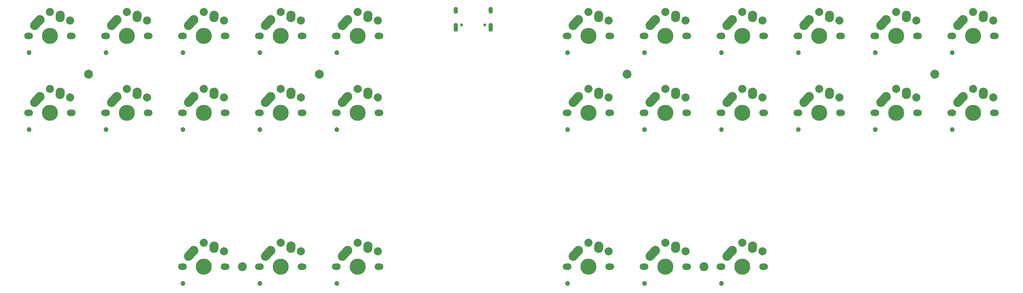
<source format=gts>
G04 #@! TF.GenerationSoftware,KiCad,Pcbnew,(5.99.0-10014-g15e640b5fe)*
G04 #@! TF.CreationDate,2021-03-28T13:55:16-07:00*
G04 #@! TF.ProjectId,unisplit_orthosteno,756e6973-706c-4697-945f-6f7274686f73,rev?*
G04 #@! TF.SameCoordinates,Original*
G04 #@! TF.FileFunction,Soldermask,Top*
G04 #@! TF.FilePolarity,Negative*
%FSLAX46Y46*%
G04 Gerber Fmt 4.6, Leading zero omitted, Abs format (unit mm)*
G04 Created by KiCad (PCBNEW (5.99.0-10014-g15e640b5fe)) date 2021-03-28 13:55:16*
%MOMM*%
%LPD*%
G01*
G04 APERTURE LIST*
G04 Aperture macros list*
%AMHorizOval*
0 Thick line with rounded ends*
0 $1 width*
0 $2 $3 position (X,Y) of the first rounded end (center of the circle)*
0 $4 $5 position (X,Y) of the second rounded end (center of the circle)*
0 Add line between two ends*
20,1,$1,$2,$3,$4,$5,0*
0 Add two circle primitives to create the rounded ends*
1,1,$1,$2,$3*
1,1,$1,$4,$5*%
G04 Aperture macros list end*
%ADD10C,1.700000*%
%ADD11C,1.750000*%
%ADD12C,1.200000*%
%ADD13C,3.987800*%
%ADD14HorizOval,2.250000X0.019771X0.290016X-0.019771X-0.290016X0*%
%ADD15C,2.000000*%
%ADD16C,2.250000*%
%ADD17HorizOval,2.250000X0.654995X0.730004X-0.654995X-0.730004X0*%
%ADD18C,2.200000*%
%ADD19C,0.750000*%
%ADD20O,1.100000X2.200000*%
%ADD21O,1.100000X1.700000*%
G04 APERTURE END LIST*
D10*
X42806250Y-69850000D03*
D11*
X42386250Y-69850000D03*
D12*
X32086250Y-74050000D03*
D11*
X32226250Y-69850000D03*
D13*
X37306250Y-69850000D03*
D10*
X31806250Y-69850000D03*
D14*
X39826021Y-65059984D03*
D15*
X42306250Y-66050000D03*
D16*
X39846250Y-64770000D03*
D15*
X37306250Y-63950000D03*
D17*
X34151245Y-66579996D03*
D16*
X34806250Y-65850000D03*
D10*
X61856250Y-69850000D03*
D13*
X56356250Y-69850000D03*
D12*
X51136250Y-74050000D03*
D10*
X50856250Y-69850000D03*
D11*
X51276250Y-69850000D03*
X61436250Y-69850000D03*
D14*
X58876021Y-65059984D03*
D15*
X61356250Y-66050000D03*
D16*
X58896250Y-64770000D03*
X53856250Y-65850000D03*
D17*
X53201245Y-66579996D03*
D15*
X56356250Y-63950000D03*
D11*
X80486250Y-69850000D03*
D12*
X70186250Y-74050000D03*
D13*
X75406250Y-69850000D03*
D10*
X69906250Y-69850000D03*
X80906250Y-69850000D03*
D11*
X70326250Y-69850000D03*
D16*
X77946250Y-64770000D03*
D14*
X77926021Y-65059984D03*
D15*
X80406250Y-66050000D03*
X75406250Y-63950000D03*
D16*
X72906250Y-65850000D03*
D17*
X72251245Y-66579996D03*
D10*
X99956250Y-69850000D03*
D11*
X89376250Y-69850000D03*
D10*
X88956250Y-69850000D03*
D12*
X89236250Y-74050000D03*
D13*
X94456250Y-69850000D03*
D11*
X99536250Y-69850000D03*
D14*
X96976021Y-65059984D03*
D15*
X99456250Y-66050000D03*
D16*
X96996250Y-64770000D03*
X91956250Y-65850000D03*
D15*
X94456250Y-63950000D03*
D17*
X91301245Y-66579996D03*
D12*
X108286250Y-74050000D03*
D10*
X108006250Y-69850000D03*
D13*
X113506250Y-69850000D03*
D10*
X119006250Y-69850000D03*
D11*
X118586250Y-69850000D03*
X108426250Y-69850000D03*
D15*
X118506250Y-66050000D03*
D14*
X116026021Y-65059984D03*
D16*
X116046250Y-64770000D03*
D17*
X110351245Y-66579996D03*
D16*
X111006250Y-65850000D03*
D15*
X113506250Y-63950000D03*
D10*
X165156250Y-69850000D03*
D11*
X165576250Y-69850000D03*
D10*
X176156250Y-69850000D03*
D13*
X170656250Y-69850000D03*
D12*
X165436250Y-74050000D03*
D11*
X175736250Y-69850000D03*
D16*
X173196250Y-64770000D03*
D14*
X173176021Y-65059984D03*
D15*
X175656250Y-66050000D03*
D17*
X167501245Y-66579996D03*
D15*
X170656250Y-63950000D03*
D16*
X168156250Y-65850000D03*
D11*
X184626250Y-69850000D03*
X194786250Y-69850000D03*
D12*
X184486250Y-74050000D03*
D10*
X184206250Y-69850000D03*
D13*
X189706250Y-69850000D03*
D10*
X195206250Y-69850000D03*
D14*
X192226021Y-65059984D03*
D15*
X194706250Y-66050000D03*
D16*
X192246250Y-64770000D03*
X187206250Y-65850000D03*
D15*
X189706250Y-63950000D03*
D17*
X186551245Y-66579996D03*
D12*
X203536250Y-74050000D03*
D13*
X208756250Y-69850000D03*
D11*
X203676250Y-69850000D03*
D10*
X203256250Y-69850000D03*
D11*
X213836250Y-69850000D03*
D10*
X214256250Y-69850000D03*
D15*
X213756250Y-66050000D03*
D14*
X211276021Y-65059984D03*
D16*
X211296250Y-64770000D03*
D17*
X205601245Y-66579996D03*
D15*
X208756250Y-63950000D03*
D16*
X206256250Y-65850000D03*
D13*
X227806250Y-69850000D03*
D10*
X222306250Y-69850000D03*
X233306250Y-69850000D03*
D12*
X222586250Y-74050000D03*
D11*
X232886250Y-69850000D03*
X222726250Y-69850000D03*
D16*
X230346250Y-64770000D03*
D14*
X230326021Y-65059984D03*
D15*
X232806250Y-66050000D03*
X227806250Y-63950000D03*
D16*
X225306250Y-65850000D03*
D17*
X224651245Y-66579996D03*
D11*
X241776250Y-69850000D03*
D10*
X252356250Y-69850000D03*
D11*
X251936250Y-69850000D03*
D12*
X241636250Y-74050000D03*
D13*
X246856250Y-69850000D03*
D10*
X241356250Y-69850000D03*
D15*
X251856250Y-66050000D03*
D14*
X249376021Y-65059984D03*
D16*
X249396250Y-64770000D03*
X244356250Y-65850000D03*
D17*
X243701245Y-66579996D03*
D15*
X246856250Y-63950000D03*
D10*
X271406250Y-69850000D03*
D11*
X270986250Y-69850000D03*
D12*
X260686250Y-74050000D03*
D10*
X260406250Y-69850000D03*
D13*
X265906250Y-69850000D03*
D11*
X260826250Y-69850000D03*
D14*
X268426021Y-65059984D03*
D16*
X268446250Y-64770000D03*
D15*
X270906250Y-66050000D03*
D16*
X263406250Y-65850000D03*
D17*
X262751245Y-66579996D03*
D15*
X265906250Y-63950000D03*
D11*
X32226250Y-88900000D03*
D10*
X42806250Y-88900000D03*
X31806250Y-88900000D03*
D13*
X37306250Y-88900000D03*
D12*
X32086250Y-93100000D03*
D11*
X42386250Y-88900000D03*
D16*
X39846250Y-83820000D03*
D15*
X42306250Y-85100000D03*
D14*
X39826021Y-84109984D03*
D17*
X34151245Y-85629996D03*
D16*
X34806250Y-84900000D03*
D15*
X37306250Y-83000000D03*
D11*
X51276250Y-88900000D03*
X61436250Y-88900000D03*
D13*
X56356250Y-88900000D03*
D10*
X50856250Y-88900000D03*
X61856250Y-88900000D03*
D12*
X51136250Y-93100000D03*
D14*
X58876021Y-84109984D03*
D16*
X58896250Y-83820000D03*
D15*
X61356250Y-85100000D03*
X56356250Y-83000000D03*
D17*
X53201245Y-85629996D03*
D16*
X53856250Y-84900000D03*
D11*
X70326250Y-88900000D03*
X80486250Y-88900000D03*
D10*
X80906250Y-88900000D03*
X69906250Y-88900000D03*
D12*
X70186250Y-93100000D03*
D13*
X75406250Y-88900000D03*
D16*
X77946250Y-83820000D03*
D15*
X80406250Y-85100000D03*
D14*
X77926021Y-84109984D03*
D15*
X75406250Y-83000000D03*
D16*
X72906250Y-84900000D03*
D17*
X72251245Y-85629996D03*
D10*
X88956250Y-88900000D03*
D13*
X94456250Y-88900000D03*
D10*
X99956250Y-88900000D03*
D11*
X89376250Y-88900000D03*
D12*
X89236250Y-93100000D03*
D11*
X99536250Y-88900000D03*
D14*
X96976021Y-84109984D03*
D16*
X96996250Y-83820000D03*
D15*
X99456250Y-85100000D03*
D16*
X91956250Y-84900000D03*
D17*
X91301245Y-85629996D03*
D15*
X94456250Y-83000000D03*
D10*
X119006250Y-88900000D03*
D12*
X108286250Y-93100000D03*
D11*
X118586250Y-88900000D03*
X108426250Y-88900000D03*
D10*
X108006250Y-88900000D03*
D13*
X113506250Y-88900000D03*
D16*
X116046250Y-83820000D03*
D14*
X116026021Y-84109984D03*
D15*
X118506250Y-85100000D03*
D16*
X111006250Y-84900000D03*
D17*
X110351245Y-85629996D03*
D15*
X113506250Y-83000000D03*
D10*
X165156250Y-88900000D03*
D12*
X165436250Y-93100000D03*
D10*
X176156250Y-88900000D03*
D11*
X175736250Y-88900000D03*
X165576250Y-88900000D03*
D13*
X170656250Y-88900000D03*
D16*
X173196250Y-83820000D03*
D14*
X173176021Y-84109984D03*
D15*
X175656250Y-85100000D03*
D16*
X168156250Y-84900000D03*
D15*
X170656250Y-83000000D03*
D17*
X167501245Y-85629996D03*
D12*
X184486250Y-93100000D03*
D13*
X189706250Y-88900000D03*
D11*
X194786250Y-88900000D03*
D10*
X195206250Y-88900000D03*
D11*
X184626250Y-88900000D03*
D10*
X184206250Y-88900000D03*
D15*
X194706250Y-85100000D03*
D16*
X192246250Y-83820000D03*
D14*
X192226021Y-84109984D03*
D16*
X187206250Y-84900000D03*
D17*
X186551245Y-85629996D03*
D15*
X189706250Y-83000000D03*
D11*
X203676250Y-88900000D03*
D10*
X203256250Y-88900000D03*
D12*
X203536250Y-93100000D03*
D13*
X208756250Y-88900000D03*
D10*
X214256250Y-88900000D03*
D11*
X213836250Y-88900000D03*
D16*
X211296250Y-83820000D03*
D14*
X211276021Y-84109984D03*
D15*
X213756250Y-85100000D03*
X208756250Y-83000000D03*
D17*
X205601245Y-85629996D03*
D16*
X206256250Y-84900000D03*
D10*
X233306250Y-88900000D03*
D13*
X227806250Y-88900000D03*
D10*
X222306250Y-88900000D03*
D11*
X232886250Y-88900000D03*
X222726250Y-88900000D03*
D12*
X222586250Y-93100000D03*
D15*
X232806250Y-85100000D03*
D16*
X230346250Y-83820000D03*
D14*
X230326021Y-84109984D03*
D15*
X227806250Y-83000000D03*
D17*
X224651245Y-85629996D03*
D16*
X225306250Y-84900000D03*
D13*
X246856250Y-88900000D03*
D10*
X252356250Y-88900000D03*
D12*
X241636250Y-93100000D03*
D11*
X251936250Y-88900000D03*
X241776250Y-88900000D03*
D10*
X241356250Y-88900000D03*
D16*
X249396250Y-83820000D03*
D14*
X249376021Y-84109984D03*
D15*
X251856250Y-85100000D03*
D17*
X243701245Y-85629996D03*
D16*
X244356250Y-84900000D03*
D15*
X246856250Y-83000000D03*
D11*
X260826250Y-88900000D03*
D12*
X260686250Y-93100000D03*
D11*
X270986250Y-88900000D03*
D13*
X265906250Y-88900000D03*
D10*
X260406250Y-88900000D03*
X271406250Y-88900000D03*
D16*
X268446250Y-83820000D03*
D15*
X270906250Y-85100000D03*
D14*
X268426021Y-84109984D03*
D16*
X263406250Y-84900000D03*
D15*
X265906250Y-83000000D03*
D17*
X262751245Y-85629996D03*
D11*
X70326250Y-127000000D03*
D10*
X69906250Y-127000000D03*
D13*
X75406250Y-127000000D03*
D10*
X80906250Y-127000000D03*
D11*
X80486250Y-127000000D03*
D12*
X70186250Y-131200000D03*
D14*
X77926021Y-122209984D03*
D16*
X77946250Y-121920000D03*
D15*
X80406250Y-123200000D03*
D16*
X72906250Y-123000000D03*
D17*
X72251245Y-123729996D03*
D15*
X75406250Y-121100000D03*
D11*
X89376250Y-127000000D03*
X99536250Y-127000000D03*
D12*
X89236250Y-131200000D03*
D13*
X94456250Y-127000000D03*
D10*
X88956250Y-127000000D03*
X99956250Y-127000000D03*
D15*
X99456250Y-123200000D03*
D14*
X96976021Y-122209984D03*
D16*
X96996250Y-121920000D03*
D17*
X91301245Y-123729996D03*
D15*
X94456250Y-121100000D03*
D16*
X91956250Y-123000000D03*
D13*
X170656250Y-127000000D03*
D12*
X165436250Y-131200000D03*
D10*
X176156250Y-127000000D03*
D11*
X175736250Y-127000000D03*
D10*
X165156250Y-127000000D03*
D11*
X165576250Y-127000000D03*
D15*
X175656250Y-123200000D03*
D16*
X173196250Y-121920000D03*
D14*
X173176021Y-122209984D03*
D15*
X170656250Y-121100000D03*
D17*
X167501245Y-123729996D03*
D16*
X168156250Y-123000000D03*
D12*
X184486250Y-131200000D03*
D13*
X189706250Y-127000000D03*
D10*
X184206250Y-127000000D03*
X195206250Y-127000000D03*
D11*
X184626250Y-127000000D03*
X194786250Y-127000000D03*
D15*
X194706250Y-123200000D03*
D14*
X192226021Y-122209984D03*
D16*
X192246250Y-121920000D03*
D15*
X189706250Y-121100000D03*
D17*
X186551245Y-123729996D03*
D16*
X187206250Y-123000000D03*
D11*
X118586250Y-127000000D03*
D13*
X113506250Y-127000000D03*
D10*
X108006250Y-127000000D03*
D12*
X108286250Y-131200000D03*
D11*
X108426250Y-127000000D03*
D10*
X119006250Y-127000000D03*
D14*
X116026021Y-122209984D03*
D15*
X118506250Y-123200000D03*
D16*
X116046250Y-121920000D03*
D17*
X110351245Y-123729996D03*
D15*
X113506250Y-121100000D03*
D16*
X111006250Y-123000000D03*
D12*
X203536250Y-131200000D03*
D13*
X208756250Y-127000000D03*
D11*
X213836250Y-127000000D03*
D10*
X203256250Y-127000000D03*
D11*
X203676250Y-127000000D03*
D10*
X214256250Y-127000000D03*
D16*
X211296250Y-121920000D03*
D14*
X211276021Y-122209984D03*
D15*
X213756250Y-123200000D03*
D16*
X206256250Y-123000000D03*
D15*
X208756250Y-121100000D03*
D17*
X205601245Y-123729996D03*
D18*
X46831250Y-79375000D03*
X103981250Y-79375000D03*
X84931250Y-127000000D03*
X199231250Y-127000000D03*
X180181250Y-79375000D03*
X256381250Y-79375000D03*
D19*
X144971250Y-67175000D03*
X139191250Y-67175000D03*
D20*
X146401250Y-67705000D03*
X137761250Y-67705000D03*
D21*
X137761250Y-63525000D03*
X146401250Y-63525000D03*
M02*

</source>
